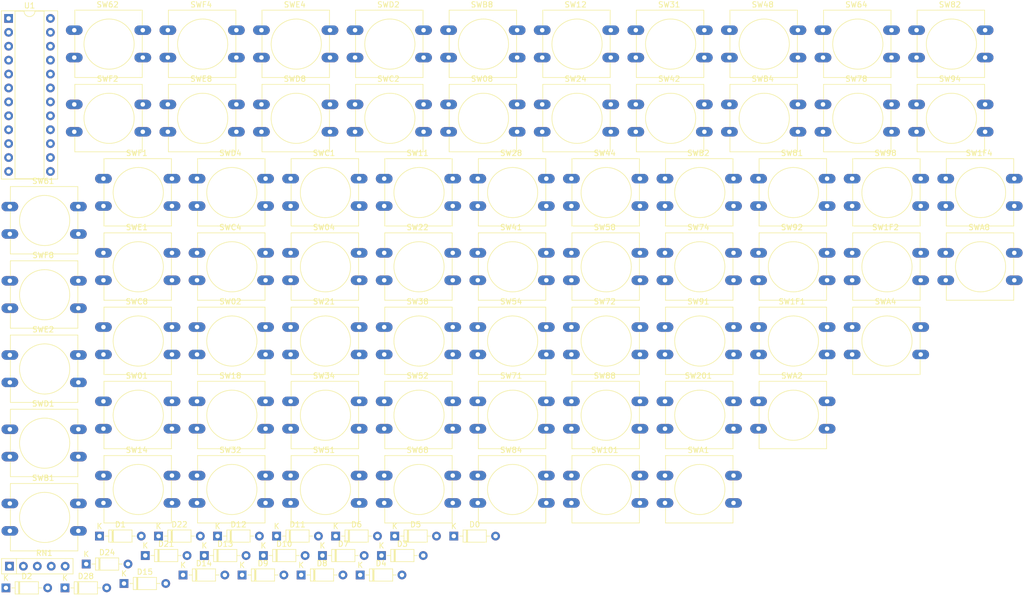
<source format=kicad_pcb>
(kicad_pcb (version 20171130) (host pcbnew "(5.1.2-1)-1")
  (layers (0 F.Cu signal) (31 B.Cu signal) (34 B.Paste user) (35 F.Paste user) (36 B.SilkS user) (37 F.SilkS user) (38 B.Mask user) (39 F.Mask user) (44 Edge.Cuts user))
  (net 0 "")
  (net 1 "Net-(D0-Pad2)")
  (net 2 /~COL0)
  (net 3 "Net-(D1-Pad2)")
  (net 4 /~COL1)
  (net 5 "Net-(D2-Pad2)")
  (net 6 /~COL2)
  (net 7 "Net-(D3-Pad2)")
  (net 8 /~COL3)
  (net 9 "Net-(D4-Pad2)")
  (net 10 /~COL4)
  (net 11 "Net-(D5-Pad2)")
  (net 12 /~COL5)
  (net 13 "Net-(D6-Pad2)")
  (net 14 /~COL6)
  (net 15 "Net-(D7-Pad2)")
  (net 16 /~COL7)
  (net 17 "Net-(D8-Pad2)")
  (net 18 /~COL8)
  (net 19 "Net-(D9-Pad2)")
  (net 20 /~COL9)
  (net 21 "Net-(D10-Pad2)")
  (net 22 /~COLA)
  (net 23 "Net-(D11-Pad2)")
  (net 24 /~COLB)
  (net 25 "Net-(D12-Pad2)")
  (net 26 /~COLC)
  (net 27 "Net-(D13-Pad2)")
  (net 28 /~COLD)
  (net 29 "Net-(D14-Pad2)")
  (net 30 /~COLE)
  (net 31 "Net-(D15-Pad2)")
  (net 32 /~COLF)
  (net 33 /~ROW1)
  (net 34 /~SH1)
  (net 35 /~ROW2)
  (net 36 /~SH2)
  (net 37 /~ROW4)
  (net 38 /~SH4)
  (net 39 /~ROW8)
  (net 40 /~SH8)
  (net 41 +5V)
  (module Package_DIP:DIP-24_W7.62mm_Socket (layer F.Cu) (at 74.385 28.055)
    (fp_text reference U1 (at 3.81 -2.33) (layer F.SilkS))
    (fp_text value 74HC154)
    (pad 24 thru_hole oval (at 7.62 0) (size 1.6 1.6) (drill 0.8) (layers *.Cu *.Mask) (net 41 +5V))
    (pad 12 thru_hole oval (at 0 27.94) (size 1.6 1.6) (drill 0.8) (layers *.Cu *.Mask))
    (pad 23 thru_hole oval (at 7.62 2.54) (size 1.6 1.6) (drill 0.8) (layers *.Cu *.Mask))
    (pad 11 thru_hole oval (at 0 25.4) (size 1.6 1.6) (drill 0.8) (layers *.Cu *.Mask) (net 22 /~COLA))
    (pad 22 thru_hole oval (at 7.62 5.08) (size 1.6 1.6) (drill 0.8) (layers *.Cu *.Mask))
    (pad 10 thru_hole oval (at 0 22.86) (size 1.6 1.6) (drill 0.8) (layers *.Cu *.Mask) (net 20 /~COL9))
    (pad 21 thru_hole oval (at 7.62 7.62) (size 1.6 1.6) (drill 0.8) (layers *.Cu *.Mask))
    (pad 9 thru_hole oval (at 0 20.32) (size 1.6 1.6) (drill 0.8) (layers *.Cu *.Mask) (net 18 /~COL8))
    (pad 20 thru_hole oval (at 7.62 10.16) (size 1.6 1.6) (drill 0.8) (layers *.Cu *.Mask))
    (pad 8 thru_hole oval (at 0 17.78) (size 1.6 1.6) (drill 0.8) (layers *.Cu *.Mask) (net 16 /~COL7))
    (pad 19 thru_hole oval (at 7.62 12.7) (size 1.6 1.6) (drill 0.8) (layers *.Cu *.Mask))
    (pad 7 thru_hole oval (at 0 15.24) (size 1.6 1.6) (drill 0.8) (layers *.Cu *.Mask) (net 14 /~COL6))
    (pad 18 thru_hole oval (at 7.62 15.24) (size 1.6 1.6) (drill 0.8) (layers *.Cu *.Mask))
    (pad 6 thru_hole oval (at 0 12.7) (size 1.6 1.6) (drill 0.8) (layers *.Cu *.Mask) (net 12 /~COL5))
    (pad 17 thru_hole oval (at 7.62 17.78) (size 1.6 1.6) (drill 0.8) (layers *.Cu *.Mask) (net 32 /~COLF))
    (pad 5 thru_hole oval (at 0 10.16) (size 1.6 1.6) (drill 0.8) (layers *.Cu *.Mask) (net 10 /~COL4))
    (pad 16 thru_hole oval (at 7.62 20.32) (size 1.6 1.6) (drill 0.8) (layers *.Cu *.Mask) (net 30 /~COLE))
    (pad 4 thru_hole oval (at 0 7.62) (size 1.6 1.6) (drill 0.8) (layers *.Cu *.Mask) (net 8 /~COL3))
    (pad 15 thru_hole oval (at 7.62 22.86) (size 1.6 1.6) (drill 0.8) (layers *.Cu *.Mask) (net 28 /~COLD))
    (pad 3 thru_hole oval (at 0 5.08) (size 1.6 1.6) (drill 0.8) (layers *.Cu *.Mask) (net 6 /~COL2))
    (pad 14 thru_hole oval (at 7.62 25.4) (size 1.6 1.6) (drill 0.8) (layers *.Cu *.Mask) (net 26 /~COLC))
    (pad 2 thru_hole oval (at 0 2.54) (size 1.6 1.6) (drill 0.8) (layers *.Cu *.Mask) (net 4 /~COL1))
    (pad 13 thru_hole oval (at 7.62 27.94) (size 1.6 1.6) (drill 0.8) (layers *.Cu *.Mask) (net 24 /~COLB))
    (pad 1 thru_hole rect (at 0 0) (size 1.6 1.6) (drill 0.8) (layers *.Cu *.Mask) (net 2 /~COL0))
  )
  (module Button_Switch_THT:SW_PUSH-12mm (layer F.Cu) (at 74.605 75.955)
    (fp_text reference SWF8 (at 6.08 -4.66) (layer F.SilkS))
    (fp_text value "Caps Lock")
    (pad 2 thru_hole oval (at 0 5) (size 3.048 1.7272) (drill 0.8128) (layers *.Cu *.Mask) (net 40 /~SH8))
    (pad 1 thru_hole oval (at 0 0) (size 3.048 1.7272) (drill 0.8128) (layers *.Cu *.Mask) (net 31 "Net-(D15-Pad2)"))
    (pad 2 thru_hole oval (at 12.5 5) (size 3.048 1.7272) (drill 0.8128) (layers *.Cu *.Mask) (net 40 /~SH8))
    (pad 1 thru_hole oval (at 12.5 0) (size 3.048 1.7272) (drill 0.8128) (layers *.Cu *.Mask) (net 31 "Net-(D15-Pad2)"))
  )
  (module Button_Switch_THT:SW_PUSH-12mm (layer F.Cu) (at 103.425 30.205)
    (fp_text reference SWF4 (at 6.08 -4.66) (layer F.SilkS))
    (fp_text value Shift)
    (pad 2 thru_hole oval (at 0 5) (size 3.048 1.7272) (drill 0.8128) (layers *.Cu *.Mask) (net 38 /~SH4))
    (pad 1 thru_hole oval (at 0 0) (size 3.048 1.7272) (drill 0.8128) (layers *.Cu *.Mask) (net 31 "Net-(D15-Pad2)"))
    (pad 2 thru_hole oval (at 12.5 5) (size 3.048 1.7272) (drill 0.8128) (layers *.Cu *.Mask) (net 38 /~SH4))
    (pad 1 thru_hole oval (at 12.5 0) (size 3.048 1.7272) (drill 0.8128) (layers *.Cu *.Mask) (net 31 "Net-(D15-Pad2)"))
  )
  (module Button_Switch_THT:SW_PUSH-12mm (layer F.Cu) (at 86.355 43.755)
    (fp_text reference SWF2 (at 6.08 -4.66) (layer F.SilkS))
    (fp_text value Control)
    (pad 2 thru_hole oval (at 0 5) (size 3.048 1.7272) (drill 0.8128) (layers *.Cu *.Mask) (net 36 /~SH2))
    (pad 1 thru_hole oval (at 0 0) (size 3.048 1.7272) (drill 0.8128) (layers *.Cu *.Mask) (net 31 "Net-(D15-Pad2)"))
    (pad 2 thru_hole oval (at 12.5 5) (size 3.048 1.7272) (drill 0.8128) (layers *.Cu *.Mask) (net 36 /~SH2))
    (pad 1 thru_hole oval (at 12.5 0) (size 3.048 1.7272) (drill 0.8128) (layers *.Cu *.Mask) (net 31 "Net-(D15-Pad2)"))
  )
  (module Button_Switch_THT:SW_PUSH-12mm (layer F.Cu) (at 91.675 57.305)
    (fp_text reference SWF1 (at 6.08 -4.66) (layer F.SilkS))
    (fp_text value Alt)
    (pad 2 thru_hole oval (at 0 5) (size 3.048 1.7272) (drill 0.8128) (layers *.Cu *.Mask) (net 34 /~SH1))
    (pad 1 thru_hole oval (at 0 0) (size 3.048 1.7272) (drill 0.8128) (layers *.Cu *.Mask) (net 31 "Net-(D15-Pad2)"))
    (pad 2 thru_hole oval (at 12.5 5) (size 3.048 1.7272) (drill 0.8128) (layers *.Cu *.Mask) (net 34 /~SH1))
    (pad 1 thru_hole oval (at 12.5 0) (size 3.048 1.7272) (drill 0.8128) (layers *.Cu *.Mask) (net 31 "Net-(D15-Pad2)"))
  )
  (module Button_Switch_THT:SW_PUSH-12mm (layer F.Cu) (at 103.425 43.755)
    (fp_text reference SWE8 (at 6.08 -4.66) (layer F.SilkS))
    (fp_text value Esc)
    (pad 2 thru_hole oval (at 0 5) (size 3.048 1.7272) (drill 0.8128) (layers *.Cu *.Mask) (net 39 /~ROW8))
    (pad 1 thru_hole oval (at 0 0) (size 3.048 1.7272) (drill 0.8128) (layers *.Cu *.Mask) (net 29 "Net-(D14-Pad2)"))
    (pad 2 thru_hole oval (at 12.5 5) (size 3.048 1.7272) (drill 0.8128) (layers *.Cu *.Mask) (net 39 /~ROW8))
    (pad 1 thru_hole oval (at 12.5 0) (size 3.048 1.7272) (drill 0.8128) (layers *.Cu *.Mask) (net 29 "Net-(D14-Pad2)"))
  )
  (module Button_Switch_THT:SW_PUSH-12mm (layer F.Cu) (at 120.495 30.205)
    (fp_text reference SWE4 (at 6.08 -4.66) (layer F.SilkS))
    (fp_text value Del)
    (pad 2 thru_hole oval (at 0 5) (size 3.048 1.7272) (drill 0.8128) (layers *.Cu *.Mask) (net 37 /~ROW4))
    (pad 1 thru_hole oval (at 0 0) (size 3.048 1.7272) (drill 0.8128) (layers *.Cu *.Mask) (net 29 "Net-(D14-Pad2)"))
    (pad 2 thru_hole oval (at 12.5 5) (size 3.048 1.7272) (drill 0.8128) (layers *.Cu *.Mask) (net 37 /~ROW4))
    (pad 1 thru_hole oval (at 12.5 0) (size 3.048 1.7272) (drill 0.8128) (layers *.Cu *.Mask) (net 29 "Net-(D14-Pad2)"))
  )
  (module Button_Switch_THT:SW_PUSH-12mm (layer F.Cu) (at 74.605 89.505)
    (fp_text reference SWE2 (at 6.08 -4.66) (layer F.SilkS))
    (fp_text value PgUp)
    (pad 2 thru_hole oval (at 0 5) (size 3.048 1.7272) (drill 0.8128) (layers *.Cu *.Mask) (net 35 /~ROW2))
    (pad 1 thru_hole oval (at 0 0) (size 3.048 1.7272) (drill 0.8128) (layers *.Cu *.Mask) (net 29 "Net-(D14-Pad2)"))
    (pad 2 thru_hole oval (at 12.5 5) (size 3.048 1.7272) (drill 0.8128) (layers *.Cu *.Mask) (net 35 /~ROW2))
    (pad 1 thru_hole oval (at 12.5 0) (size 3.048 1.7272) (drill 0.8128) (layers *.Cu *.Mask) (net 29 "Net-(D14-Pad2)"))
  )
  (module Button_Switch_THT:SW_PUSH-12mm (layer F.Cu) (at 91.675 70.855)
    (fp_text reference SWE1 (at 6.08 -4.66) (layer F.SilkS))
    (fp_text value PgDn)
    (pad 2 thru_hole oval (at 0 5) (size 3.048 1.7272) (drill 0.8128) (layers *.Cu *.Mask) (net 33 /~ROW1))
    (pad 1 thru_hole oval (at 0 0) (size 3.048 1.7272) (drill 0.8128) (layers *.Cu *.Mask) (net 29 "Net-(D14-Pad2)"))
    (pad 2 thru_hole oval (at 12.5 5) (size 3.048 1.7272) (drill 0.8128) (layers *.Cu *.Mask) (net 33 /~ROW1))
    (pad 1 thru_hole oval (at 12.5 0) (size 3.048 1.7272) (drill 0.8128) (layers *.Cu *.Mask) (net 29 "Net-(D14-Pad2)"))
  )
  (module Button_Switch_THT:SW_PUSH-12mm (layer F.Cu) (at 120.495 43.755)
    (fp_text reference SWD8 (at 6.08 -4.66) (layer F.SilkS))
    (fp_text value Up)
    (pad 2 thru_hole oval (at 0 5) (size 3.048 1.7272) (drill 0.8128) (layers *.Cu *.Mask) (net 39 /~ROW8))
    (pad 1 thru_hole oval (at 0 0) (size 3.048 1.7272) (drill 0.8128) (layers *.Cu *.Mask) (net 27 "Net-(D13-Pad2)"))
    (pad 2 thru_hole oval (at 12.5 5) (size 3.048 1.7272) (drill 0.8128) (layers *.Cu *.Mask) (net 39 /~ROW8))
    (pad 1 thru_hole oval (at 12.5 0) (size 3.048 1.7272) (drill 0.8128) (layers *.Cu *.Mask) (net 27 "Net-(D13-Pad2)"))
  )
  (module Button_Switch_THT:SW_PUSH-12mm (layer F.Cu) (at 108.745 57.305)
    (fp_text reference SWD4 (at 6.08 -4.66) (layer F.SilkS))
    (fp_text value Left)
    (pad 2 thru_hole oval (at 0 5) (size 3.048 1.7272) (drill 0.8128) (layers *.Cu *.Mask) (net 37 /~ROW4))
    (pad 1 thru_hole oval (at 0 0) (size 3.048 1.7272) (drill 0.8128) (layers *.Cu *.Mask) (net 27 "Net-(D13-Pad2)"))
    (pad 2 thru_hole oval (at 12.5 5) (size 3.048 1.7272) (drill 0.8128) (layers *.Cu *.Mask) (net 37 /~ROW4))
    (pad 1 thru_hole oval (at 12.5 0) (size 3.048 1.7272) (drill 0.8128) (layers *.Cu *.Mask) (net 27 "Net-(D13-Pad2)"))
  )
  (module Button_Switch_THT:SW_PUSH-12mm (layer F.Cu) (at 137.565 30.205)
    (fp_text reference SWD2 (at 6.08 -4.66) (layer F.SilkS))
    (fp_text value Down)
    (pad 2 thru_hole oval (at 0 5) (size 3.048 1.7272) (drill 0.8128) (layers *.Cu *.Mask) (net 35 /~ROW2))
    (pad 1 thru_hole oval (at 0 0) (size 3.048 1.7272) (drill 0.8128) (layers *.Cu *.Mask) (net 27 "Net-(D13-Pad2)"))
    (pad 2 thru_hole oval (at 12.5 5) (size 3.048 1.7272) (drill 0.8128) (layers *.Cu *.Mask) (net 35 /~ROW2))
    (pad 1 thru_hole oval (at 12.5 0) (size 3.048 1.7272) (drill 0.8128) (layers *.Cu *.Mask) (net 27 "Net-(D13-Pad2)"))
  )
  (module Button_Switch_THT:SW_PUSH-12mm (layer F.Cu) (at 74.605 103.055)
    (fp_text reference SWD1 (at 6.08 -4.66) (layer F.SilkS))
    (fp_text value Right)
    (pad 2 thru_hole oval (at 0 5) (size 3.048 1.7272) (drill 0.8128) (layers *.Cu *.Mask) (net 33 /~ROW1))
    (pad 1 thru_hole oval (at 0 0) (size 3.048 1.7272) (drill 0.8128) (layers *.Cu *.Mask) (net 27 "Net-(D13-Pad2)"))
    (pad 2 thru_hole oval (at 12.5 5) (size 3.048 1.7272) (drill 0.8128) (layers *.Cu *.Mask) (net 33 /~ROW1))
    (pad 1 thru_hole oval (at 12.5 0) (size 3.048 1.7272) (drill 0.8128) (layers *.Cu *.Mask) (net 27 "Net-(D13-Pad2)"))
  )
  (module Button_Switch_THT:SW_PUSH-12mm (layer F.Cu) (at 91.675 84.405)
    (fp_text reference SWC8 (at 6.08 -4.66) (layer F.SilkS))
    (fp_text value ¡)
    (pad 2 thru_hole oval (at 0 5) (size 3.048 1.7272) (drill 0.8128) (layers *.Cu *.Mask) (net 39 /~ROW8))
    (pad 1 thru_hole oval (at 0 0) (size 3.048 1.7272) (drill 0.8128) (layers *.Cu *.Mask) (net 25 "Net-(D12-Pad2)"))
    (pad 2 thru_hole oval (at 12.5 5) (size 3.048 1.7272) (drill 0.8128) (layers *.Cu *.Mask) (net 39 /~ROW8))
    (pad 1 thru_hole oval (at 12.5 0) (size 3.048 1.7272) (drill 0.8128) (layers *.Cu *.Mask) (net 25 "Net-(D12-Pad2)"))
  )
  (module Button_Switch_THT:SW_PUSH-12mm (layer F.Cu) (at 108.745 70.855)
    (fp_text reference SWC4 (at 6.08 -4.66) (layer F.SilkS))
    (fp_text value +)
    (pad 2 thru_hole oval (at 0 5) (size 3.048 1.7272) (drill 0.8128) (layers *.Cu *.Mask) (net 37 /~ROW4))
    (pad 1 thru_hole oval (at 0 0) (size 3.048 1.7272) (drill 0.8128) (layers *.Cu *.Mask) (net 25 "Net-(D12-Pad2)"))
    (pad 2 thru_hole oval (at 12.5 5) (size 3.048 1.7272) (drill 0.8128) (layers *.Cu *.Mask) (net 37 /~ROW4))
    (pad 1 thru_hole oval (at 12.5 0) (size 3.048 1.7272) (drill 0.8128) (layers *.Cu *.Mask) (net 25 "Net-(D12-Pad2)"))
  )
  (module Button_Switch_THT:SW_PUSH-12mm (layer F.Cu) (at 137.565 43.755)
    (fp_text reference SWC2 (at 6.08 -4.66) (layer F.SilkS))
    (fp_text value Ç)
    (pad 2 thru_hole oval (at 0 5) (size 3.048 1.7272) (drill 0.8128) (layers *.Cu *.Mask) (net 35 /~ROW2))
    (pad 1 thru_hole oval (at 0 0) (size 3.048 1.7272) (drill 0.8128) (layers *.Cu *.Mask) (net 25 "Net-(D12-Pad2)"))
    (pad 2 thru_hole oval (at 12.5 5) (size 3.048 1.7272) (drill 0.8128) (layers *.Cu *.Mask) (net 35 /~ROW2))
    (pad 1 thru_hole oval (at 12.5 0) (size 3.048 1.7272) (drill 0.8128) (layers *.Cu *.Mask) (net 25 "Net-(D12-Pad2)"))
  )
  (module Button_Switch_THT:SW_PUSH-12mm (layer F.Cu) (at 125.815 57.305)
    (fp_text reference SWC1 (at 6.08 -4.66) (layer F.SilkS))
    (fp_text value Return)
    (pad 2 thru_hole oval (at 0 5) (size 3.048 1.7272) (drill 0.8128) (layers *.Cu *.Mask) (net 33 /~ROW1))
    (pad 1 thru_hole oval (at 0 0) (size 3.048 1.7272) (drill 0.8128) (layers *.Cu *.Mask) (net 25 "Net-(D12-Pad2)"))
    (pad 2 thru_hole oval (at 12.5 5) (size 3.048 1.7272) (drill 0.8128) (layers *.Cu *.Mask) (net 33 /~ROW1))
    (pad 1 thru_hole oval (at 12.5 0) (size 3.048 1.7272) (drill 0.8128) (layers *.Cu *.Mask) (net 25 "Net-(D12-Pad2)"))
  )
  (module Button_Switch_THT:SW_PUSH-12mm (layer F.Cu) (at 154.635 30.205)
    (fp_text reference SWB8 (at 6.08 -4.66) (layer F.SilkS))
    (fp_text value ')
    (pad 2 thru_hole oval (at 0 5) (size 3.048 1.7272) (drill 0.8128) (layers *.Cu *.Mask) (net 39 /~ROW8))
    (pad 1 thru_hole oval (at 0 0) (size 3.048 1.7272) (drill 0.8128) (layers *.Cu *.Mask) (net 23 "Net-(D11-Pad2)"))
    (pad 2 thru_hole oval (at 12.5 5) (size 3.048 1.7272) (drill 0.8128) (layers *.Cu *.Mask) (net 39 /~ROW8))
    (pad 1 thru_hole oval (at 12.5 0) (size 3.048 1.7272) (drill 0.8128) (layers *.Cu *.Mask) (net 23 "Net-(D11-Pad2)"))
  )
  (module Button_Switch_THT:SW_PUSH-12mm (layer F.Cu) (at 205.845 43.755)
    (fp_text reference SWB4 (at 6.08 -4.66) (layer F.SilkS))
    (fp_text value `)
    (pad 2 thru_hole oval (at 0 5) (size 3.048 1.7272) (drill 0.8128) (layers *.Cu *.Mask) (net 37 /~ROW4))
    (pad 1 thru_hole oval (at 0 0) (size 3.048 1.7272) (drill 0.8128) (layers *.Cu *.Mask) (net 23 "Net-(D11-Pad2)"))
    (pad 2 thru_hole oval (at 12.5 5) (size 3.048 1.7272) (drill 0.8128) (layers *.Cu *.Mask) (net 37 /~ROW4))
    (pad 1 thru_hole oval (at 12.5 0) (size 3.048 1.7272) (drill 0.8128) (layers *.Cu *.Mask) (net 23 "Net-(D11-Pad2)"))
  )
  (module Button_Switch_THT:SW_PUSH-12mm (layer F.Cu) (at 194.095 57.305)
    (fp_text reference SWB2 (at 6.08 -4.66) (layer F.SilkS))
    (fp_text value ´)
    (pad 2 thru_hole oval (at 0 5) (size 3.048 1.7272) (drill 0.8128) (layers *.Cu *.Mask) (net 35 /~ROW2))
    (pad 1 thru_hole oval (at 0 0) (size 3.048 1.7272) (drill 0.8128) (layers *.Cu *.Mask) (net 23 "Net-(D11-Pad2)"))
    (pad 2 thru_hole oval (at 12.5 5) (size 3.048 1.7272) (drill 0.8128) (layers *.Cu *.Mask) (net 35 /~ROW2))
    (pad 1 thru_hole oval (at 12.5 0) (size 3.048 1.7272) (drill 0.8128) (layers *.Cu *.Mask) (net 23 "Net-(D11-Pad2)"))
  )
  (module Button_Switch_THT:SW_PUSH-12mm (layer F.Cu) (at 74.605 116.605)
    (fp_text reference SWB1 (at 6.08 -4.66) (layer F.SilkS))
    (fp_text value BkSp)
    (pad 2 thru_hole oval (at 0 5) (size 3.048 1.7272) (drill 0.8128) (layers *.Cu *.Mask) (net 33 /~ROW1))
    (pad 1 thru_hole oval (at 0 0) (size 3.048 1.7272) (drill 0.8128) (layers *.Cu *.Mask) (net 23 "Net-(D11-Pad2)"))
    (pad 2 thru_hole oval (at 12.5 5) (size 3.048 1.7272) (drill 0.8128) (layers *.Cu *.Mask) (net 33 /~ROW1))
    (pad 1 thru_hole oval (at 12.5 0) (size 3.048 1.7272) (drill 0.8128) (layers *.Cu *.Mask) (net 23 "Net-(D11-Pad2)"))
  )
  (module Button_Switch_THT:SW_PUSH-12mm (layer F.Cu) (at 245.305 70.855)
    (fp_text reference SWA8 (at 6.08 -4.66) (layer F.SilkS))
    (fp_text value 0)
    (pad 2 thru_hole oval (at 0 5) (size 3.048 1.7272) (drill 0.8128) (layers *.Cu *.Mask) (net 39 /~ROW8))
    (pad 1 thru_hole oval (at 0 0) (size 3.048 1.7272) (drill 0.8128) (layers *.Cu *.Mask) (net 21 "Net-(D10-Pad2)"))
    (pad 2 thru_hole oval (at 12.5 5) (size 3.048 1.7272) (drill 0.8128) (layers *.Cu *.Mask) (net 39 /~ROW8))
    (pad 1 thru_hole oval (at 12.5 0) (size 3.048 1.7272) (drill 0.8128) (layers *.Cu *.Mask) (net 21 "Net-(D10-Pad2)"))
  )
  (module Button_Switch_THT:SW_PUSH-12mm (layer F.Cu) (at 228.235 84.405)
    (fp_text reference SWA4 (at 6.08 -4.66) (layer F.SilkS))
    (fp_text value P)
    (pad 2 thru_hole oval (at 0 5) (size 3.048 1.7272) (drill 0.8128) (layers *.Cu *.Mask) (net 37 /~ROW4))
    (pad 1 thru_hole oval (at 0 0) (size 3.048 1.7272) (drill 0.8128) (layers *.Cu *.Mask) (net 21 "Net-(D10-Pad2)"))
    (pad 2 thru_hole oval (at 12.5 5) (size 3.048 1.7272) (drill 0.8128) (layers *.Cu *.Mask) (net 37 /~ROW4))
    (pad 1 thru_hole oval (at 12.5 0) (size 3.048 1.7272) (drill 0.8128) (layers *.Cu *.Mask) (net 21 "Net-(D10-Pad2)"))
  )
  (module Button_Switch_THT:SW_PUSH-12mm (layer F.Cu) (at 211.165 97.955)
    (fp_text reference SWA2 (at 6.08 -4.66) (layer F.SilkS))
    (fp_text value Ñ)
    (pad 2 thru_hole oval (at 0 5) (size 3.048 1.7272) (drill 0.8128) (layers *.Cu *.Mask) (net 35 /~ROW2))
    (pad 1 thru_hole oval (at 0 0) (size 3.048 1.7272) (drill 0.8128) (layers *.Cu *.Mask) (net 21 "Net-(D10-Pad2)"))
    (pad 2 thru_hole oval (at 12.5 5) (size 3.048 1.7272) (drill 0.8128) (layers *.Cu *.Mask) (net 35 /~ROW2))
    (pad 1 thru_hole oval (at 12.5 0) (size 3.048 1.7272) (drill 0.8128) (layers *.Cu *.Mask) (net 21 "Net-(D10-Pad2)"))
  )
  (module Button_Switch_THT:SW_PUSH-12mm (layer F.Cu) (at 194.095 111.505)
    (fp_text reference SWA1 (at 6.08 -4.66) (layer F.SilkS))
    (fp_text value -)
    (pad 2 thru_hole oval (at 0 5) (size 3.048 1.7272) (drill 0.8128) (layers *.Cu *.Mask) (net 33 /~ROW1))
    (pad 1 thru_hole oval (at 0 0) (size 3.048 1.7272) (drill 0.8128) (layers *.Cu *.Mask) (net 21 "Net-(D10-Pad2)"))
    (pad 2 thru_hole oval (at 12.5 5) (size 3.048 1.7272) (drill 0.8128) (layers *.Cu *.Mask) (net 33 /~ROW1))
    (pad 1 thru_hole oval (at 12.5 0) (size 3.048 1.7272) (drill 0.8128) (layers *.Cu *.Mask) (net 21 "Net-(D10-Pad2)"))
  )
  (module Button_Switch_THT:SW_PUSH-12mm (layer F.Cu) (at 245.305 57.305)
    (fp_text reference SW1F4 (at 6.08 -4.66) (layer F.SilkS))
    (fp_text value Shift)
    (pad 2 thru_hole oval (at 0 5) (size 3.048 1.7272) (drill 0.8128) (layers *.Cu *.Mask) (net 38 /~SH4))
    (pad 1 thru_hole oval (at 0 0) (size 3.048 1.7272) (drill 0.8128) (layers *.Cu *.Mask) (net 31 "Net-(D15-Pad2)"))
    (pad 2 thru_hole oval (at 12.5 5) (size 3.048 1.7272) (drill 0.8128) (layers *.Cu *.Mask) (net 38 /~SH4))
    (pad 1 thru_hole oval (at 12.5 0) (size 3.048 1.7272) (drill 0.8128) (layers *.Cu *.Mask) (net 31 "Net-(D15-Pad2)"))
  )
  (module Button_Switch_THT:SW_PUSH-12mm (layer F.Cu) (at 228.235 70.855)
    (fp_text reference SW1F2 (at 6.08 -4.66) (layer F.SilkS))
    (fp_text value Control)
    (pad 2 thru_hole oval (at 0 5) (size 3.048 1.7272) (drill 0.8128) (layers *.Cu *.Mask) (net 36 /~SH2))
    (pad 1 thru_hole oval (at 0 0) (size 3.048 1.7272) (drill 0.8128) (layers *.Cu *.Mask) (net 31 "Net-(D15-Pad2)"))
    (pad 2 thru_hole oval (at 12.5 5) (size 3.048 1.7272) (drill 0.8128) (layers *.Cu *.Mask) (net 36 /~SH2))
    (pad 1 thru_hole oval (at 12.5 0) (size 3.048 1.7272) (drill 0.8128) (layers *.Cu *.Mask) (net 31 "Net-(D15-Pad2)"))
  )
  (module Button_Switch_THT:SW_PUSH-12mm (layer F.Cu) (at 211.165 84.405)
    (fp_text reference SW1F1 (at 6.08 -4.66) (layer F.SilkS))
    (fp_text value Alt)
    (pad 2 thru_hole oval (at 0 5) (size 3.048 1.7272) (drill 0.8128) (layers *.Cu *.Mask) (net 34 /~SH1))
    (pad 1 thru_hole oval (at 0 0) (size 3.048 1.7272) (drill 0.8128) (layers *.Cu *.Mask) (net 31 "Net-(D15-Pad2)"))
    (pad 2 thru_hole oval (at 12.5 5) (size 3.048 1.7272) (drill 0.8128) (layers *.Cu *.Mask) (net 34 /~SH1))
    (pad 1 thru_hole oval (at 12.5 0) (size 3.048 1.7272) (drill 0.8128) (layers *.Cu *.Mask) (net 31 "Net-(D15-Pad2)"))
  )
  (module Button_Switch_THT:SW_PUSH-12mm (layer F.Cu) (at 194.095 97.955)
    (fp_text reference SW201 (at 6.08 -4.66) (layer F.SilkS))
    (fp_text value Space)
    (pad 2 thru_hole oval (at 0 5) (size 3.048 1.7272) (drill 0.8128) (layers *.Cu *.Mask) (net 33 /~ROW1))
    (pad 1 thru_hole oval (at 0 0) (size 3.048 1.7272) (drill 0.8128) (layers *.Cu *.Mask) (net 1 "Net-(D0-Pad2)"))
    (pad 2 thru_hole oval (at 12.5 5) (size 3.048 1.7272) (drill 0.8128) (layers *.Cu *.Mask) (net 33 /~ROW1))
    (pad 1 thru_hole oval (at 12.5 0) (size 3.048 1.7272) (drill 0.8128) (layers *.Cu *.Mask) (net 1 "Net-(D0-Pad2)"))
  )
  (module Button_Switch_THT:SW_PUSH-12mm (layer F.Cu) (at 177.025 111.505)
    (fp_text reference SW101 (at 6.08 -4.66) (layer F.SilkS))
    (fp_text value Space)
    (pad 2 thru_hole oval (at 0 5) (size 3.048 1.7272) (drill 0.8128) (layers *.Cu *.Mask) (net 33 /~ROW1))
    (pad 1 thru_hole oval (at 0 0) (size 3.048 1.7272) (drill 0.8128) (layers *.Cu *.Mask) (net 1 "Net-(D0-Pad2)"))
    (pad 2 thru_hole oval (at 12.5 5) (size 3.048 1.7272) (drill 0.8128) (layers *.Cu *.Mask) (net 33 /~ROW1))
    (pad 1 thru_hole oval (at 12.5 0) (size 3.048 1.7272) (drill 0.8128) (layers *.Cu *.Mask) (net 1 "Net-(D0-Pad2)"))
  )
  (module Button_Switch_THT:SW_PUSH-12mm (layer F.Cu) (at 228.235 57.305)
    (fp_text reference SW98 (at 6.08 -4.66) (layer F.SilkS))
    (fp_text value 9)
    (pad 2 thru_hole oval (at 0 5) (size 3.048 1.7272) (drill 0.8128) (layers *.Cu *.Mask) (net 39 /~ROW8))
    (pad 1 thru_hole oval (at 0 0) (size 3.048 1.7272) (drill 0.8128) (layers *.Cu *.Mask) (net 19 "Net-(D9-Pad2)"))
    (pad 2 thru_hole oval (at 12.5 5) (size 3.048 1.7272) (drill 0.8128) (layers *.Cu *.Mask) (net 39 /~ROW8))
    (pad 1 thru_hole oval (at 12.5 0) (size 3.048 1.7272) (drill 0.8128) (layers *.Cu *.Mask) (net 19 "Net-(D9-Pad2)"))
  )
  (module Button_Switch_THT:SW_PUSH-12mm (layer F.Cu) (at 239.985 43.755)
    (fp_text reference SW94 (at 6.08 -4.66) (layer F.SilkS))
    (fp_text value O)
    (pad 2 thru_hole oval (at 0 5) (size 3.048 1.7272) (drill 0.8128) (layers *.Cu *.Mask) (net 37 /~ROW4))
    (pad 1 thru_hole oval (at 0 0) (size 3.048 1.7272) (drill 0.8128) (layers *.Cu *.Mask) (net 19 "Net-(D9-Pad2)"))
    (pad 2 thru_hole oval (at 12.5 5) (size 3.048 1.7272) (drill 0.8128) (layers *.Cu *.Mask) (net 37 /~ROW4))
    (pad 1 thru_hole oval (at 12.5 0) (size 3.048 1.7272) (drill 0.8128) (layers *.Cu *.Mask) (net 19 "Net-(D9-Pad2)"))
  )
  (module Button_Switch_THT:SW_PUSH-12mm (layer F.Cu) (at 211.165 70.855)
    (fp_text reference SW92 (at 6.08 -4.66) (layer F.SilkS))
    (fp_text value L)
    (pad 2 thru_hole oval (at 0 5) (size 3.048 1.7272) (drill 0.8128) (layers *.Cu *.Mask) (net 35 /~ROW2))
    (pad 1 thru_hole oval (at 0 0) (size 3.048 1.7272) (drill 0.8128) (layers *.Cu *.Mask) (net 19 "Net-(D9-Pad2)"))
    (pad 2 thru_hole oval (at 12.5 5) (size 3.048 1.7272) (drill 0.8128) (layers *.Cu *.Mask) (net 35 /~ROW2))
    (pad 1 thru_hole oval (at 12.5 0) (size 3.048 1.7272) (drill 0.8128) (layers *.Cu *.Mask) (net 19 "Net-(D9-Pad2)"))
  )
  (module Button_Switch_THT:SW_PUSH-12mm (layer F.Cu) (at 194.095 84.405)
    (fp_text reference SW91 (at 6.08 -4.66) (layer F.SilkS))
    (fp_text value .)
    (pad 2 thru_hole oval (at 0 5) (size 3.048 1.7272) (drill 0.8128) (layers *.Cu *.Mask) (net 33 /~ROW1))
    (pad 1 thru_hole oval (at 0 0) (size 3.048 1.7272) (drill 0.8128) (layers *.Cu *.Mask) (net 19 "Net-(D9-Pad2)"))
    (pad 2 thru_hole oval (at 12.5 5) (size 3.048 1.7272) (drill 0.8128) (layers *.Cu *.Mask) (net 33 /~ROW1))
    (pad 1 thru_hole oval (at 12.5 0) (size 3.048 1.7272) (drill 0.8128) (layers *.Cu *.Mask) (net 19 "Net-(D9-Pad2)"))
  )
  (module Button_Switch_THT:SW_PUSH-12mm (layer F.Cu) (at 177.025 97.955)
    (fp_text reference SW88 (at 6.08 -4.66) (layer F.SilkS))
    (fp_text value 8)
    (pad 2 thru_hole oval (at 0 5) (size 3.048 1.7272) (drill 0.8128) (layers *.Cu *.Mask) (net 39 /~ROW8))
    (pad 1 thru_hole oval (at 0 0) (size 3.048 1.7272) (drill 0.8128) (layers *.Cu *.Mask) (net 17 "Net-(D8-Pad2)"))
    (pad 2 thru_hole oval (at 12.5 5) (size 3.048 1.7272) (drill 0.8128) (layers *.Cu *.Mask) (net 39 /~ROW8))
    (pad 1 thru_hole oval (at 12.5 0) (size 3.048 1.7272) (drill 0.8128) (layers *.Cu *.Mask) (net 17 "Net-(D8-Pad2)"))
  )
  (module Button_Switch_THT:SW_PUSH-12mm (layer F.Cu) (at 159.955 111.505)
    (fp_text reference SW84 (at 6.08 -4.66) (layer F.SilkS))
    (fp_text value I)
    (pad 2 thru_hole oval (at 0 5) (size 3.048 1.7272) (drill 0.8128) (layers *.Cu *.Mask) (net 37 /~ROW4))
    (pad 1 thru_hole oval (at 0 0) (size 3.048 1.7272) (drill 0.8128) (layers *.Cu *.Mask) (net 17 "Net-(D8-Pad2)"))
    (pad 2 thru_hole oval (at 12.5 5) (size 3.048 1.7272) (drill 0.8128) (layers *.Cu *.Mask) (net 37 /~ROW4))
    (pad 1 thru_hole oval (at 12.5 0) (size 3.048 1.7272) (drill 0.8128) (layers *.Cu *.Mask) (net 17 "Net-(D8-Pad2)"))
  )
  (module Button_Switch_THT:SW_PUSH-12mm (layer F.Cu) (at 239.985 30.205)
    (fp_text reference SW82 (at 6.08 -4.66) (layer F.SilkS))
    (fp_text value K)
    (pad 2 thru_hole oval (at 0 5) (size 3.048 1.7272) (drill 0.8128) (layers *.Cu *.Mask) (net 35 /~ROW2))
    (pad 1 thru_hole oval (at 0 0) (size 3.048 1.7272) (drill 0.8128) (layers *.Cu *.Mask) (net 17 "Net-(D8-Pad2)"))
    (pad 2 thru_hole oval (at 12.5 5) (size 3.048 1.7272) (drill 0.8128) (layers *.Cu *.Mask) (net 35 /~ROW2))
    (pad 1 thru_hole oval (at 12.5 0) (size 3.048 1.7272) (drill 0.8128) (layers *.Cu *.Mask) (net 17 "Net-(D8-Pad2)"))
  )
  (module Button_Switch_THT:SW_PUSH-12mm (layer F.Cu) (at 211.165 57.305)
    (fp_text reference SW81 (at 6.08 -4.66) (layer F.SilkS))
    (fp_text value ,)
    (pad 2 thru_hole oval (at 0 5) (size 3.048 1.7272) (drill 0.8128) (layers *.Cu *.Mask) (net 33 /~ROW1))
    (pad 1 thru_hole oval (at 0 0) (size 3.048 1.7272) (drill 0.8128) (layers *.Cu *.Mask) (net 17 "Net-(D8-Pad2)"))
    (pad 2 thru_hole oval (at 12.5 5) (size 3.048 1.7272) (drill 0.8128) (layers *.Cu *.Mask) (net 33 /~ROW1))
    (pad 1 thru_hole oval (at 12.5 0) (size 3.048 1.7272) (drill 0.8128) (layers *.Cu *.Mask) (net 17 "Net-(D8-Pad2)"))
  )
  (module Button_Switch_THT:SW_PUSH-12mm (layer F.Cu) (at 222.915 43.755)
    (fp_text reference SW78 (at 6.08 -4.66) (layer F.SilkS))
    (fp_text value 7)
    (pad 2 thru_hole oval (at 0 5) (size 3.048 1.7272) (drill 0.8128) (layers *.Cu *.Mask) (net 39 /~ROW8))
    (pad 1 thru_hole oval (at 0 0) (size 3.048 1.7272) (drill 0.8128) (layers *.Cu *.Mask) (net 15 "Net-(D7-Pad2)"))
    (pad 2 thru_hole oval (at 12.5 5) (size 3.048 1.7272) (drill 0.8128) (layers *.Cu *.Mask) (net 39 /~ROW8))
    (pad 1 thru_hole oval (at 12.5 0) (size 3.048 1.7272) (drill 0.8128) (layers *.Cu *.Mask) (net 15 "Net-(D7-Pad2)"))
  )
  (module Button_Switch_THT:SW_PUSH-12mm (layer F.Cu) (at 194.095 70.855)
    (fp_text reference SW74 (at 6.08 -4.66) (layer F.SilkS))
    (fp_text value U)
    (pad 2 thru_hole oval (at 0 5) (size 3.048 1.7272) (drill 0.8128) (layers *.Cu *.Mask) (net 37 /~ROW4))
    (pad 1 thru_hole oval (at 0 0) (size 3.048 1.7272) (drill 0.8128) (layers *.Cu *.Mask) (net 15 "Net-(D7-Pad2)"))
    (pad 2 thru_hole oval (at 12.5 5) (size 3.048 1.7272) (drill 0.8128) (layers *.Cu *.Mask) (net 37 /~ROW4))
    (pad 1 thru_hole oval (at 12.5 0) (size 3.048 1.7272) (drill 0.8128) (layers *.Cu *.Mask) (net 15 "Net-(D7-Pad2)"))
  )
  (module Button_Switch_THT:SW_PUSH-12mm (layer F.Cu) (at 177.025 84.405)
    (fp_text reference SW72 (at 6.08 -4.66) (layer F.SilkS))
    (fp_text value J)
    (pad 2 thru_hole oval (at 0 5) (size 3.048 1.7272) (drill 0.8128) (layers *.Cu *.Mask) (net 35 /~ROW2))
    (pad 1 thru_hole oval (at 0 0) (size 3.048 1.7272) (drill 0.8128) (layers *.Cu *.Mask) (net 15 "Net-(D7-Pad2)"))
    (pad 2 thru_hole oval (at 12.5 5) (size 3.048 1.7272) (drill 0.8128) (layers *.Cu *.Mask) (net 35 /~ROW2))
    (pad 1 thru_hole oval (at 12.5 0) (size 3.048 1.7272) (drill 0.8128) (layers *.Cu *.Mask) (net 15 "Net-(D7-Pad2)"))
  )
  (module Button_Switch_THT:SW_PUSH-12mm (layer F.Cu) (at 159.955 97.955)
    (fp_text reference SW71 (at 6.08 -4.66) (layer F.SilkS))
    (fp_text value M)
    (pad 2 thru_hole oval (at 0 5) (size 3.048 1.7272) (drill 0.8128) (layers *.Cu *.Mask) (net 33 /~ROW1))
    (pad 1 thru_hole oval (at 0 0) (size 3.048 1.7272) (drill 0.8128) (layers *.Cu *.Mask) (net 15 "Net-(D7-Pad2)"))
    (pad 2 thru_hole oval (at 12.5 5) (size 3.048 1.7272) (drill 0.8128) (layers *.Cu *.Mask) (net 33 /~ROW1))
    (pad 1 thru_hole oval (at 12.5 0) (size 3.048 1.7272) (drill 0.8128) (layers *.Cu *.Mask) (net 15 "Net-(D7-Pad2)"))
  )
  (module Button_Switch_THT:SW_PUSH-12mm (layer F.Cu) (at 142.885 111.505)
    (fp_text reference SW68 (at 6.08 -4.66) (layer F.SilkS))
    (fp_text value 6)
    (pad 2 thru_hole oval (at 0 5) (size 3.048 1.7272) (drill 0.8128) (layers *.Cu *.Mask) (net 39 /~ROW8))
    (pad 1 thru_hole oval (at 0 0) (size 3.048 1.7272) (drill 0.8128) (layers *.Cu *.Mask) (net 13 "Net-(D6-Pad2)"))
    (pad 2 thru_hole oval (at 12.5 5) (size 3.048 1.7272) (drill 0.8128) (layers *.Cu *.Mask) (net 39 /~ROW8))
    (pad 1 thru_hole oval (at 12.5 0) (size 3.048 1.7272) (drill 0.8128) (layers *.Cu *.Mask) (net 13 "Net-(D6-Pad2)"))
  )
  (module Button_Switch_THT:SW_PUSH-12mm (layer F.Cu) (at 222.915 30.205)
    (fp_text reference SW64 (at 6.08 -4.66) (layer F.SilkS))
    (fp_text value Y)
    (pad 2 thru_hole oval (at 0 5) (size 3.048 1.7272) (drill 0.8128) (layers *.Cu *.Mask) (net 37 /~ROW4))
    (pad 1 thru_hole oval (at 0 0) (size 3.048 1.7272) (drill 0.8128) (layers *.Cu *.Mask) (net 13 "Net-(D6-Pad2)"))
    (pad 2 thru_hole oval (at 12.5 5) (size 3.048 1.7272) (drill 0.8128) (layers *.Cu *.Mask) (net 37 /~ROW4))
    (pad 1 thru_hole oval (at 12.5 0) (size 3.048 1.7272) (drill 0.8128) (layers *.Cu *.Mask) (net 13 "Net-(D6-Pad2)"))
  )
  (module Button_Switch_THT:SW_PUSH-12mm (layer F.Cu) (at 86.355 30.205)
    (fp_text reference SW62 (at 6.08 -4.66) (layer F.SilkS))
    (fp_text value H)
    (pad 2 thru_hole oval (at 0 5) (size 3.048 1.7272) (drill 0.8128) (layers *.Cu *.Mask) (net 35 /~ROW2))
    (pad 1 thru_hole oval (at 0 0) (size 3.048 1.7272) (drill 0.8128) (layers *.Cu *.Mask) (net 13 "Net-(D6-Pad2)"))
    (pad 2 thru_hole oval (at 12.5 5) (size 3.048 1.7272) (drill 0.8128) (layers *.Cu *.Mask) (net 35 /~ROW2))
    (pad 1 thru_hole oval (at 12.5 0) (size 3.048 1.7272) (drill 0.8128) (layers *.Cu *.Mask) (net 13 "Net-(D6-Pad2)"))
  )
  (module Button_Switch_THT:SW_PUSH-12mm (layer F.Cu) (at 74.605 62.405)
    (fp_text reference SW61 (at 6.08 -4.66) (layer F.SilkS))
    (fp_text value N)
    (pad 2 thru_hole oval (at 0 5) (size 3.048 1.7272) (drill 0.8128) (layers *.Cu *.Mask) (net 33 /~ROW1))
    (pad 1 thru_hole oval (at 0 0) (size 3.048 1.7272) (drill 0.8128) (layers *.Cu *.Mask) (net 13 "Net-(D6-Pad2)"))
    (pad 2 thru_hole oval (at 12.5 5) (size 3.048 1.7272) (drill 0.8128) (layers *.Cu *.Mask) (net 33 /~ROW1))
    (pad 1 thru_hole oval (at 12.5 0) (size 3.048 1.7272) (drill 0.8128) (layers *.Cu *.Mask) (net 13 "Net-(D6-Pad2)"))
  )
  (module Button_Switch_THT:SW_PUSH-12mm (layer F.Cu) (at 177.025 70.855)
    (fp_text reference SW58 (at 6.08 -4.66) (layer F.SilkS))
    (fp_text value 5)
    (pad 2 thru_hole oval (at 0 5) (size 3.048 1.7272) (drill 0.8128) (layers *.Cu *.Mask) (net 39 /~ROW8))
    (pad 1 thru_hole oval (at 0 0) (size 3.048 1.7272) (drill 0.8128) (layers *.Cu *.Mask) (net 11 "Net-(D5-Pad2)"))
    (pad 2 thru_hole oval (at 12.5 5) (size 3.048 1.7272) (drill 0.8128) (layers *.Cu *.Mask) (net 39 /~ROW8))
    (pad 1 thru_hole oval (at 12.5 0) (size 3.048 1.7272) (drill 0.8128) (layers *.Cu *.Mask) (net 11 "Net-(D5-Pad2)"))
  )
  (module Button_Switch_THT:SW_PUSH-12mm (layer F.Cu) (at 159.955 84.405)
    (fp_text reference SW54 (at 6.08 -4.66) (layer F.SilkS))
    (fp_text value T)
    (pad 2 thru_hole oval (at 0 5) (size 3.048 1.7272) (drill 0.8128) (layers *.Cu *.Mask) (net 37 /~ROW4))
    (pad 1 thru_hole oval (at 0 0) (size 3.048 1.7272) (drill 0.8128) (layers *.Cu *.Mask) (net 11 "Net-(D5-Pad2)"))
    (pad 2 thru_hole oval (at 12.5 5) (size 3.048 1.7272) (drill 0.8128) (layers *.Cu *.Mask) (net 37 /~ROW4))
    (pad 1 thru_hole oval (at 12.5 0) (size 3.048 1.7272) (drill 0.8128) (layers *.Cu *.Mask) (net 11 "Net-(D5-Pad2)"))
  )
  (module Button_Switch_THT:SW_PUSH-12mm (layer F.Cu) (at 142.885 97.955)
    (fp_text reference SW52 (at 6.08 -4.66) (layer F.SilkS))
    (fp_text value G)
    (pad 2 thru_hole oval (at 0 5) (size 3.048 1.7272) (drill 0.8128) (layers *.Cu *.Mask) (net 35 /~ROW2))
    (pad 1 thru_hole oval (at 0 0) (size 3.048 1.7272) (drill 0.8128) (layers *.Cu *.Mask) (net 11 "Net-(D5-Pad2)"))
    (pad 2 thru_hole oval (at 12.5 5) (size 3.048 1.7272) (drill 0.8128) (layers *.Cu *.Mask) (net 35 /~ROW2))
    (pad 1 thru_hole oval (at 12.5 0) (size 3.048 1.7272) (drill 0.8128) (layers *.Cu *.Mask) (net 11 "Net-(D5-Pad2)"))
  )
  (module Button_Switch_THT:SW_PUSH-12mm (layer F.Cu) (at 125.815 111.505)
    (fp_text reference SW51 (at 6.08 -4.66) (layer F.SilkS))
    (fp_text value B)
    (pad 2 thru_hole oval (at 0 5) (size 3.048 1.7272) (drill 0.8128) (layers *.Cu *.Mask) (net 33 /~ROW1))
    (pad 1 thru_hole oval (at 0 0) (size 3.048 1.7272) (drill 0.8128) (layers *.Cu *.Mask) (net 11 "Net-(D5-Pad2)"))
    (pad 2 thru_hole oval (at 12.5 5) (size 3.048 1.7272) (drill 0.8128) (layers *.Cu *.Mask) (net 33 /~ROW1))
    (pad 1 thru_hole oval (at 12.5 0) (size 3.048 1.7272) (drill 0.8128) (layers *.Cu *.Mask) (net 11 "Net-(D5-Pad2)"))
  )
  (module Button_Switch_THT:SW_PUSH-12mm (layer F.Cu) (at 205.845 30.205)
    (fp_text reference SW48 (at 6.08 -4.66) (layer F.SilkS))
    (fp_text value 4)
    (pad 2 thru_hole oval (at 0 5) (size 3.048 1.7272) (drill 0.8128) (layers *.Cu *.Mask) (net 39 /~ROW8))
    (pad 1 thru_hole oval (at 0 0) (size 3.048 1.7272) (drill 0.8128) (layers *.Cu *.Mask) (net 9 "Net-(D4-Pad2)"))
    (pad 2 thru_hole oval (at 12.5 5) (size 3.048 1.7272) (drill 0.8128) (layers *.Cu *.Mask) (net 39 /~ROW8))
    (pad 1 thru_hole oval (at 12.5 0) (size 3.048 1.7272) (drill 0.8128) (layers *.Cu *.Mask) (net 9 "Net-(D4-Pad2)"))
  )
  (module Button_Switch_THT:SW_PUSH-12mm (layer F.Cu) (at 177.025 57.305)
    (fp_text reference SW44 (at 6.08 -4.66) (layer F.SilkS))
    (fp_text value R)
    (pad 2 thru_hole oval (at 0 5) (size 3.048 1.7272) (drill 0.8128) (layers *.Cu *.Mask) (net 37 /~ROW4))
    (pad 1 thru_hole oval (at 0 0) (size 3.048 1.7272) (drill 0.8128) (layers *.Cu *.Mask) (net 9 "Net-(D4-Pad2)"))
    (pad 2 thru_hole oval (at 12.5 5) (size 3.048 1.7272) (drill 0.8128) (layers *.Cu *.Mask) (net 37 /~ROW4))
    (pad 1 thru_hole oval (at 12.5 0) (size 3.048 1.7272) (drill 0.8128) (layers *.Cu *.Mask) (net 9 "Net-(D4-Pad2)"))
  )
  (module Button_Switch_THT:SW_PUSH-12mm (layer F.Cu) (at 188.775 43.755)
    (fp_text reference SW42 (at 6.08 -4.66) (layer F.SilkS))
    (fp_text value F)
    (pad 2 thru_hole oval (at 0 5) (size 3.048 1.7272) (drill 0.8128) (layers *.Cu *.Mask) (net 35 /~ROW2))
    (pad 1 thru_hole oval (at 0 0) (size 3.048 1.7272) (drill 0.8128) (layers *.Cu *.Mask) (net 9 "Net-(D4-Pad2)"))
    (pad 2 thru_hole oval (at 12.5 5) (size 3.048 1.7272) (drill 0.8128) (layers *.Cu *.Mask) (net 35 /~ROW2))
    (pad 1 thru_hole oval (at 12.5 0) (size 3.048 1.7272) (drill 0.8128) (layers *.Cu *.Mask) (net 9 "Net-(D4-Pad2)"))
  )
  (module Button_Switch_THT:SW_PUSH-12mm (layer F.Cu) (at 159.955 70.855)
    (fp_text reference SW41 (at 6.08 -4.66) (layer F.SilkS))
    (fp_text value V)
    (pad 2 thru_hole oval (at 0 5) (size 3.048 1.7272) (drill 0.8128) (layers *.Cu *.Mask) (net 33 /~ROW1))
    (pad 1 thru_hole oval (at 0 0) (size 3.048 1.7272) (drill 0.8128) (layers *.Cu *.Mask) (net 9 "Net-(D4-Pad2)"))
    (pad 2 thru_hole oval (at 12.5 5) (size 3.048 1.7272) (drill 0.8128) (layers *.Cu *.Mask) (net 33 /~ROW1))
    (pad 1 thru_hole oval (at 12.5 0) (size 3.048 1.7272) (drill 0.8128) (layers *.Cu *.Mask) (net 9 "Net-(D4-Pad2)"))
  )
  (module Button_Switch_THT:SW_PUSH-12mm (layer F.Cu) (at 142.885 84.405)
    (fp_text reference SW38 (at 6.08 -4.66) (layer F.SilkS))
    (fp_text value 3)
    (pad 2 thru_hole oval (at 0 5) (size 3.048 1.7272) (drill 0.8128) (layers *.Cu *.Mask) (net 39 /~ROW8))
    (pad 1 thru_hole oval (at 0 0) (size 3.048 1.7272) (drill 0.8128) (layers *.Cu *.Mask) (net 7 "Net-(D3-Pad2)"))
    (pad 2 thru_hole oval (at 12.5 5) (size 3.048 1.7272) (drill 0.8128) (layers *.Cu *.Mask) (net 39 /~ROW8))
    (pad 1 thru_hole oval (at 12.5 0) (size 3.048 1.7272) (drill 0.8128) (layers *.Cu *.Mask) (net 7 "Net-(D3-Pad2)"))
  )
  (module Button_Switch_THT:SW_PUSH-12mm (layer F.Cu) (at 125.815 97.955)
    (fp_text reference SW34 (at 6.08 -4.66) (layer F.SilkS))
    (fp_text value E)
    (pad 2 thru_hole oval (at 0 5) (size 3.048 1.7272) (drill 0.8128) (layers *.Cu *.Mask) (net 37 /~ROW4))
    (pad 1 thru_hole oval (at 0 0) (size 3.048 1.7272) (drill 0.8128) (layers *.Cu *.Mask) (net 7 "Net-(D3-Pad2)"))
    (pad 2 thru_hole oval (at 12.5 5) (size 3.048 1.7272) (drill 0.8128) (layers *.Cu *.Mask) (net 37 /~ROW4))
    (pad 1 thru_hole oval (at 12.5 0) (size 3.048 1.7272) (drill 0.8128) (layers *.Cu *.Mask) (net 7 "Net-(D3-Pad2)"))
  )
  (module Button_Switch_THT:SW_PUSH-12mm (layer F.Cu) (at 108.745 111.505)
    (fp_text reference SW32 (at 6.08 -4.66) (layer F.SilkS))
    (fp_text value D)
    (pad 2 thru_hole oval (at 0 5) (size 3.048 1.7272) (drill 0.8128) (layers *.Cu *.Mask) (net 35 /~ROW2))
    (pad 1 thru_hole oval (at 0 0) (size 3.048 1.7272) (drill 0.8128) (layers *.Cu *.Mask) (net 7 "Net-(D3-Pad2)"))
    (pad 2 thru_hole oval (at 12.5 5) (size 3.048 1.7272) (drill 0.8128) (layers *.Cu *.Mask) (net 35 /~ROW2))
    (pad 1 thru_hole oval (at 12.5 0) (size 3.048 1.7272) (drill 0.8128) (layers *.Cu *.Mask) (net 7 "Net-(D3-Pad2)"))
  )
  (module Button_Switch_THT:SW_PUSH-12mm (layer F.Cu) (at 188.775 30.205)
    (fp_text reference SW31 (at 6.08 -4.66) (layer F.SilkS))
    (fp_text value C)
    (pad 2 thru_hole oval (at 0 5) (size 3.048 1.7272) (drill 0.8128) (layers *.Cu *.Mask) (net 33 /~ROW1))
    (pad 1 thru_hole oval (at 0 0) (size 3.048 1.7272) (drill 0.8128) (layers *.Cu *.Mask) (net 7 "Net-(D3-Pad2)"))
    (pad 2 thru_hole oval (at 12.5 5) (size 3.048 1.7272) (drill 0.8128) (layers *.Cu *.Mask) (net 33 /~ROW1))
    (pad 1 thru_hole oval (at 12.5 0) (size 3.048 1.7272) (drill 0.8128) (layers *.Cu *.Mask) (net 7 "Net-(D3-Pad2)"))
  )
  (module Button_Switch_THT:SW_PUSH-12mm (layer F.Cu) (at 159.955 57.305)
    (fp_text reference SW28 (at 6.08 -4.66) (layer F.SilkS))
    (fp_text value 2)
    (pad 2 thru_hole oval (at 0 5) (size 3.048 1.7272) (drill 0.8128) (layers *.Cu *.Mask) (net 39 /~ROW8))
    (pad 1 thru_hole oval (at 0 0) (size 3.048 1.7272) (drill 0.8128) (layers *.Cu *.Mask) (net 5 "Net-(D2-Pad2)"))
    (pad 2 thru_hole oval (at 12.5 5) (size 3.048 1.7272) (drill 0.8128) (layers *.Cu *.Mask) (net 39 /~ROW8))
    (pad 1 thru_hole oval (at 12.5 0) (size 3.048 1.7272) (drill 0.8128) (layers *.Cu *.Mask) (net 5 "Net-(D2-Pad2)"))
  )
  (module Button_Switch_THT:SW_PUSH-12mm (layer F.Cu) (at 171.705 43.755)
    (fp_text reference SW24 (at 6.08 -4.66) (layer F.SilkS))
    (fp_text value W)
    (pad 2 thru_hole oval (at 0 5) (size 3.048 1.7272) (drill 0.8128) (layers *.Cu *.Mask) (net 37 /~ROW4))
    (pad 1 thru_hole oval (at 0 0) (size 3.048 1.7272) (drill 0.8128) (layers *.Cu *.Mask) (net 5 "Net-(D2-Pad2)"))
    (pad 2 thru_hole oval (at 12.5 5) (size 3.048 1.7272) (drill 0.8128) (layers *.Cu *.Mask) (net 37 /~ROW4))
    (pad 1 thru_hole oval (at 12.5 0) (size 3.048 1.7272) (drill 0.8128) (layers *.Cu *.Mask) (net 5 "Net-(D2-Pad2)"))
  )
  (module Button_Switch_THT:SW_PUSH-12mm (layer F.Cu) (at 142.885 70.855)
    (fp_text reference SW22 (at 6.08 -4.66) (layer F.SilkS))
    (fp_text value S)
    (pad 2 thru_hole oval (at 0 5) (size 3.048 1.7272) (drill 0.8128) (layers *.Cu *.Mask) (net 35 /~ROW2))
    (pad 1 thru_hole oval (at 0 0) (size 3.048 1.7272) (drill 0.8128) (layers *.Cu *.Mask) (net 5 "Net-(D2-Pad2)"))
    (pad 2 thru_hole oval (at 12.5 5) (size 3.048 1.7272) (drill 0.8128) (layers *.Cu *.Mask) (net 35 /~ROW2))
    (pad 1 thru_hole oval (at 12.5 0) (size 3.048 1.7272) (drill 0.8128) (layers *.Cu *.Mask) (net 5 "Net-(D2-Pad2)"))
  )
  (module Button_Switch_THT:SW_PUSH-12mm (layer F.Cu) (at 125.815 84.405)
    (fp_text reference SW21 (at 6.08 -4.66) (layer F.SilkS))
    (fp_text value X)
    (pad 2 thru_hole oval (at 0 5) (size 3.048 1.7272) (drill 0.8128) (layers *.Cu *.Mask) (net 33 /~ROW1))
    (pad 1 thru_hole oval (at 0 0) (size 3.048 1.7272) (drill 0.8128) (layers *.Cu *.Mask) (net 5 "Net-(D2-Pad2)"))
    (pad 2 thru_hole oval (at 12.5 5) (size 3.048 1.7272) (drill 0.8128) (layers *.Cu *.Mask) (net 33 /~ROW1))
    (pad 1 thru_hole oval (at 12.5 0) (size 3.048 1.7272) (drill 0.8128) (layers *.Cu *.Mask) (net 5 "Net-(D2-Pad2)"))
  )
  (module Button_Switch_THT:SW_PUSH-12mm (layer F.Cu) (at 108.745 97.955)
    (fp_text reference SW18 (at 6.08 -4.66) (layer F.SilkS))
    (fp_text value 1)
    (pad 2 thru_hole oval (at 0 5) (size 3.048 1.7272) (drill 0.8128) (layers *.Cu *.Mask) (net 39 /~ROW8))
    (pad 1 thru_hole oval (at 0 0) (size 3.048 1.7272) (drill 0.8128) (layers *.Cu *.Mask) (net 3 "Net-(D1-Pad2)"))
    (pad 2 thru_hole oval (at 12.5 5) (size 3.048 1.7272) (drill 0.8128) (layers *.Cu *.Mask) (net 39 /~ROW8))
    (pad 1 thru_hole oval (at 12.5 0) (size 3.048 1.7272) (drill 0.8128) (layers *.Cu *.Mask) (net 3 "Net-(D1-Pad2)"))
  )
  (module Button_Switch_THT:SW_PUSH-12mm (layer F.Cu) (at 91.675 111.505)
    (fp_text reference SW14 (at 6.08 -4.66) (layer F.SilkS))
    (fp_text value Q)
    (pad 2 thru_hole oval (at 0 5) (size 3.048 1.7272) (drill 0.8128) (layers *.Cu *.Mask) (net 37 /~ROW4))
    (pad 1 thru_hole oval (at 0 0) (size 3.048 1.7272) (drill 0.8128) (layers *.Cu *.Mask) (net 3 "Net-(D1-Pad2)"))
    (pad 2 thru_hole oval (at 12.5 5) (size 3.048 1.7272) (drill 0.8128) (layers *.Cu *.Mask) (net 37 /~ROW4))
    (pad 1 thru_hole oval (at 12.5 0) (size 3.048 1.7272) (drill 0.8128) (layers *.Cu *.Mask) (net 3 "Net-(D1-Pad2)"))
  )
  (module Button_Switch_THT:SW_PUSH-12mm (layer F.Cu) (at 171.705 30.205)
    (fp_text reference SW12 (at 6.08 -4.66) (layer F.SilkS))
    (fp_text value A)
    (pad 2 thru_hole oval (at 0 5) (size 3.048 1.7272) (drill 0.8128) (layers *.Cu *.Mask) (net 35 /~ROW2))
    (pad 1 thru_hole oval (at 0 0) (size 3.048 1.7272) (drill 0.8128) (layers *.Cu *.Mask) (net 3 "Net-(D1-Pad2)"))
    (pad 2 thru_hole oval (at 12.5 5) (size 3.048 1.7272) (drill 0.8128) (layers *.Cu *.Mask) (net 35 /~ROW2))
    (pad 1 thru_hole oval (at 12.5 0) (size 3.048 1.7272) (drill 0.8128) (layers *.Cu *.Mask) (net 3 "Net-(D1-Pad2)"))
  )
  (module Button_Switch_THT:SW_PUSH-12mm (layer F.Cu) (at 142.885 57.305)
    (fp_text reference SW11 (at 6.08 -4.66) (layer F.SilkS))
    (fp_text value Z)
    (pad 2 thru_hole oval (at 0 5) (size 3.048 1.7272) (drill 0.8128) (layers *.Cu *.Mask) (net 33 /~ROW1))
    (pad 1 thru_hole oval (at 0 0) (size 3.048 1.7272) (drill 0.8128) (layers *.Cu *.Mask) (net 3 "Net-(D1-Pad2)"))
    (pad 2 thru_hole oval (at 12.5 5) (size 3.048 1.7272) (drill 0.8128) (layers *.Cu *.Mask) (net 33 /~ROW1))
    (pad 1 thru_hole oval (at 12.5 0) (size 3.048 1.7272) (drill 0.8128) (layers *.Cu *.Mask) (net 3 "Net-(D1-Pad2)"))
  )
  (module Button_Switch_THT:SW_PUSH-12mm (layer F.Cu) (at 154.635 43.755)
    (fp_text reference SW08 (at 6.08 -4.66) (layer F.SilkS))
    (fp_text value "º \\")
    (pad 2 thru_hole oval (at 0 5) (size 3.048 1.7272) (drill 0.8128) (layers *.Cu *.Mask) (net 39 /~ROW8))
    (pad 1 thru_hole oval (at 0 0) (size 3.048 1.7272) (drill 0.8128) (layers *.Cu *.Mask) (net 1 "Net-(D0-Pad2)"))
    (pad 2 thru_hole oval (at 12.5 5) (size 3.048 1.7272) (drill 0.8128) (layers *.Cu *.Mask) (net 39 /~ROW8))
    (pad 1 thru_hole oval (at 12.5 0) (size 3.048 1.7272) (drill 0.8128) (layers *.Cu *.Mask) (net 1 "Net-(D0-Pad2)"))
  )
  (module Button_Switch_THT:SW_PUSH-12mm (layer F.Cu) (at 125.815 70.855)
    (fp_text reference SW04 (at 6.08 -4.66) (layer F.SilkS))
    (fp_text value Tab)
    (pad 2 thru_hole oval (at 0 5) (size 3.048 1.7272) (drill 0.8128) (layers *.Cu *.Mask) (net 37 /~ROW4))
    (pad 1 thru_hole oval (at 0 0) (size 3.048 1.7272) (drill 0.8128) (layers *.Cu *.Mask) (net 1 "Net-(D0-Pad2)"))
    (pad 2 thru_hole oval (at 12.5 5) (size 3.048 1.7272) (drill 0.8128) (layers *.Cu *.Mask) (net 37 /~ROW4))
    (pad 1 thru_hole oval (at 12.5 0) (size 3.048 1.7272) (drill 0.8128) (layers *.Cu *.Mask) (net 1 "Net-(D0-Pad2)"))
  )
  (module Button_Switch_THT:SW_PUSH-12mm (layer F.Cu) (at 108.745 84.405)
    (fp_text reference SW02 (at 6.08 -4.66) (layer F.SilkS))
    (fp_text value <)
    (pad 2 thru_hole oval (at 0 5) (size 3.048 1.7272) (drill 0.8128) (layers *.Cu *.Mask) (net 35 /~ROW2))
    (pad 1 thru_hole oval (at 0 0) (size 3.048 1.7272) (drill 0.8128) (layers *.Cu *.Mask) (net 1 "Net-(D0-Pad2)"))
    (pad 2 thru_hole oval (at 12.5 5) (size 3.048 1.7272) (drill 0.8128) (layers *.Cu *.Mask) (net 35 /~ROW2))
    (pad 1 thru_hole oval (at 12.5 0) (size 3.048 1.7272) (drill 0.8128) (layers *.Cu *.Mask) (net 1 "Net-(D0-Pad2)"))
  )
  (module Button_Switch_THT:SW_PUSH-12mm (layer F.Cu) (at 91.675 97.955)
    (fp_text reference SW01 (at 6.08 -4.66) (layer F.SilkS))
    (fp_text value Space)
    (pad 2 thru_hole oval (at 0 5) (size 3.048 1.7272) (drill 0.8128) (layers *.Cu *.Mask) (net 33 /~ROW1))
    (pad 1 thru_hole oval (at 0 0) (size 3.048 1.7272) (drill 0.8128) (layers *.Cu *.Mask) (net 1 "Net-(D0-Pad2)"))
    (pad 2 thru_hole oval (at 12.5 5) (size 3.048 1.7272) (drill 0.8128) (layers *.Cu *.Mask) (net 33 /~ROW1))
    (pad 1 thru_hole oval (at 12.5 0) (size 3.048 1.7272) (drill 0.8128) (layers *.Cu *.Mask) (net 1 "Net-(D0-Pad2)"))
  )
  (module Resistor_THT:R_Array_SIP5 (layer F.Cu) (at 74.535 128.055)
    (fp_text reference RN1 (at 6.35 -2.4) (layer F.SilkS))
    (fp_text value 4K7)
    (pad 5 thru_hole oval (at 10.16 0) (size 1.6 1.6) (drill 0.8) (layers *.Cu *.Mask) (net 33 /~ROW1))
    (pad 4 thru_hole oval (at 7.62 0) (size 1.6 1.6) (drill 0.8) (layers *.Cu *.Mask) (net 35 /~ROW2))
    (pad 3 thru_hole oval (at 5.08 0) (size 1.6 1.6) (drill 0.8) (layers *.Cu *.Mask) (net 37 /~ROW4))
    (pad 2 thru_hole oval (at 2.54 0) (size 1.6 1.6) (drill 0.8) (layers *.Cu *.Mask) (net 39 /~ROW8))
    (pad 1 thru_hole rect (at 0 0) (size 1.6 1.6) (drill 0.8) (layers *.Cu *.Mask) (net 41 +5V))
  )
  (module Diode_THT:D_DO-35_SOD27_P7.62mm_Horizontal (layer F.Cu) (at 84.655 132.005)
    (fp_text reference D28 (at 3.81 -2.12) (layer F.SilkS))
    (fp_text value BAT43)
    (fp_text user K (at 0 -1.8) (layer F.SilkS))
    (pad 2 thru_hole oval (at 7.62 0) (size 1.6 1.6) (drill 0.8) (layers *.Cu *.Mask) (net 39 /~ROW8))
    (pad 1 thru_hole rect (at 0 0) (size 1.6 1.6) (drill 0.8) (layers *.Cu *.Mask) (net 40 /~SH8))
  )
  (module Diode_THT:D_DO-35_SOD27_P7.62mm_Horizontal (layer F.Cu) (at 88.535 127.655)
    (fp_text reference D24 (at 3.81 -2.12) (layer F.SilkS))
    (fp_text value BAT43)
    (fp_text user K (at 0 -1.8) (layer F.SilkS))
    (pad 2 thru_hole oval (at 7.62 0) (size 1.6 1.6) (drill 0.8) (layers *.Cu *.Mask) (net 37 /~ROW4))
    (pad 1 thru_hole rect (at 0 0) (size 1.6 1.6) (drill 0.8) (layers *.Cu *.Mask) (net 38 /~SH4))
  )
  (module Diode_THT:D_DO-35_SOD27_P7.62mm_Horizontal (layer F.Cu) (at 101.725 122.555)
    (fp_text reference D22 (at 3.81 -2.12) (layer F.SilkS))
    (fp_text value BAT43)
    (fp_text user K (at 0 -1.8) (layer F.SilkS))
    (pad 2 thru_hole oval (at 7.62 0) (size 1.6 1.6) (drill 0.8) (layers *.Cu *.Mask) (net 35 /~ROW2))
    (pad 1 thru_hole rect (at 0 0) (size 1.6 1.6) (drill 0.8) (layers *.Cu *.Mask) (net 36 /~SH2))
  )
  (module Diode_THT:D_DO-35_SOD27_P7.62mm_Horizontal (layer F.Cu) (at 99.305 126.105)
    (fp_text reference D21 (at 3.81 -2.12) (layer F.SilkS))
    (fp_text value BAT43)
    (fp_text user K (at 0 -1.8) (layer F.SilkS))
    (pad 2 thru_hole oval (at 7.62 0) (size 1.6 1.6) (drill 0.8) (layers *.Cu *.Mask) (net 33 /~ROW1))
    (pad 1 thru_hole rect (at 0 0) (size 1.6 1.6) (drill 0.8) (layers *.Cu *.Mask) (net 34 /~SH1))
  )
  (module Diode_THT:D_DO-35_SOD27_P7.62mm_Horizontal (layer F.Cu) (at 95.425 131.205)
    (fp_text reference D15 (at 3.81 -2.12) (layer F.SilkS))
    (fp_text value BAT43)
    (fp_text user K (at 0 -1.8) (layer F.SilkS))
    (pad 2 thru_hole oval (at 7.62 0) (size 1.6 1.6) (drill 0.8) (layers *.Cu *.Mask) (net 31 "Net-(D15-Pad2)"))
    (pad 1 thru_hole rect (at 0 0) (size 1.6 1.6) (drill 0.8) (layers *.Cu *.Mask) (net 32 /~COLF))
  )
  (module Diode_THT:D_DO-35_SOD27_P7.62mm_Horizontal (layer F.Cu) (at 106.195 129.655)
    (fp_text reference D14 (at 3.81 -2.12) (layer F.SilkS))
    (fp_text value 1N4148)
    (fp_text user K (at 0 -1.8) (layer F.SilkS))
    (pad 2 thru_hole oval (at 7.62 0) (size 1.6 1.6) (drill 0.8) (layers *.Cu *.Mask) (net 29 "Net-(D14-Pad2)"))
    (pad 1 thru_hole rect (at 0 0) (size 1.6 1.6) (drill 0.8) (layers *.Cu *.Mask) (net 30 /~COLE))
  )
  (module Diode_THT:D_DO-35_SOD27_P7.62mm_Horizontal (layer F.Cu) (at 110.075 126.105)
    (fp_text reference D13 (at 3.81 -2.12) (layer F.SilkS))
    (fp_text value 1N4148)
    (fp_text user K (at 0 -1.8) (layer F.SilkS))
    (pad 2 thru_hole oval (at 7.62 0) (size 1.6 1.6) (drill 0.8) (layers *.Cu *.Mask) (net 27 "Net-(D13-Pad2)"))
    (pad 1 thru_hole rect (at 0 0) (size 1.6 1.6) (drill 0.8) (layers *.Cu *.Mask) (net 28 /~COLD))
  )
  (module Diode_THT:D_DO-35_SOD27_P7.62mm_Horizontal (layer F.Cu) (at 112.495 122.555)
    (fp_text reference D12 (at 3.81 -2.12) (layer F.SilkS))
    (fp_text value 1N4148)
    (fp_text user K (at 0 -1.8) (layer F.SilkS))
    (pad 2 thru_hole oval (at 7.62 0) (size 1.6 1.6) (drill 0.8) (layers *.Cu *.Mask) (net 25 "Net-(D12-Pad2)"))
    (pad 1 thru_hole rect (at 0 0) (size 1.6 1.6) (drill 0.8) (layers *.Cu *.Mask) (net 26 /~COLC))
  )
  (module Diode_THT:D_DO-35_SOD27_P7.62mm_Horizontal (layer F.Cu) (at 123.265 122.555)
    (fp_text reference D11 (at 3.81 -2.12) (layer F.SilkS))
    (fp_text value 1N4148)
    (fp_text user K (at 0 -1.8) (layer F.SilkS))
    (pad 2 thru_hole oval (at 7.62 0) (size 1.6 1.6) (drill 0.8) (layers *.Cu *.Mask) (net 23 "Net-(D11-Pad2)"))
    (pad 1 thru_hole rect (at 0 0) (size 1.6 1.6) (drill 0.8) (layers *.Cu *.Mask) (net 24 /~COLB))
  )
  (module Diode_THT:D_DO-35_SOD27_P7.62mm_Horizontal (layer F.Cu) (at 120.845 126.105)
    (fp_text reference D10 (at 3.81 -2.12) (layer F.SilkS))
    (fp_text value 1N4148)
    (fp_text user K (at 0 -1.8) (layer F.SilkS))
    (pad 2 thru_hole oval (at 7.62 0) (size 1.6 1.6) (drill 0.8) (layers *.Cu *.Mask) (net 21 "Net-(D10-Pad2)"))
    (pad 1 thru_hole rect (at 0 0) (size 1.6 1.6) (drill 0.8) (layers *.Cu *.Mask) (net 22 /~COLA))
  )
  (module Diode_THT:D_DO-35_SOD27_P7.62mm_Horizontal (layer F.Cu) (at 116.965 129.655)
    (fp_text reference D9 (at 3.81 -2.12) (layer F.SilkS))
    (fp_text value 1N4148)
    (fp_text user K (at 0 -1.8) (layer F.SilkS))
    (pad 2 thru_hole oval (at 7.62 0) (size 1.6 1.6) (drill 0.8) (layers *.Cu *.Mask) (net 19 "Net-(D9-Pad2)"))
    (pad 1 thru_hole rect (at 0 0) (size 1.6 1.6) (drill 0.8) (layers *.Cu *.Mask) (net 20 /~COL9))
  )
  (module Diode_THT:D_DO-35_SOD27_P7.62mm_Horizontal (layer F.Cu) (at 127.735 129.655)
    (fp_text reference D8 (at 3.81 -2.12) (layer F.SilkS))
    (fp_text value 1N4148)
    (fp_text user K (at 0 -1.8) (layer F.SilkS))
    (pad 2 thru_hole oval (at 7.62 0) (size 1.6 1.6) (drill 0.8) (layers *.Cu *.Mask) (net 17 "Net-(D8-Pad2)"))
    (pad 1 thru_hole rect (at 0 0) (size 1.6 1.6) (drill 0.8) (layers *.Cu *.Mask) (net 18 /~COL8))
  )
  (module Diode_THT:D_DO-35_SOD27_P7.62mm_Horizontal (layer F.Cu) (at 131.615 126.105)
    (fp_text reference D7 (at 3.81 -2.12) (layer F.SilkS))
    (fp_text value 1N4148)
    (fp_text user K (at 0 -1.8) (layer F.SilkS))
    (pad 2 thru_hole oval (at 7.62 0) (size 1.6 1.6) (drill 0.8) (layers *.Cu *.Mask) (net 15 "Net-(D7-Pad2)"))
    (pad 1 thru_hole rect (at 0 0) (size 1.6 1.6) (drill 0.8) (layers *.Cu *.Mask) (net 16 /~COL7))
  )
  (module Diode_THT:D_DO-35_SOD27_P7.62mm_Horizontal (layer F.Cu) (at 134.035 122.555)
    (fp_text reference D6 (at 3.81 -2.12) (layer F.SilkS))
    (fp_text value 1N4148)
    (fp_text user K (at 0 -1.8) (layer F.SilkS))
    (pad 2 thru_hole oval (at 7.62 0) (size 1.6 1.6) (drill 0.8) (layers *.Cu *.Mask) (net 13 "Net-(D6-Pad2)"))
    (pad 1 thru_hole rect (at 0 0) (size 1.6 1.6) (drill 0.8) (layers *.Cu *.Mask) (net 14 /~COL6))
  )
  (module Diode_THT:D_DO-35_SOD27_P7.62mm_Horizontal (layer F.Cu) (at 144.805 122.555)
    (fp_text reference D5 (at 3.81 -2.12) (layer F.SilkS))
    (fp_text value 1N4148)
    (fp_text user K (at 0 -1.8) (layer F.SilkS))
    (pad 2 thru_hole oval (at 7.62 0) (size 1.6 1.6) (drill 0.8) (layers *.Cu *.Mask) (net 11 "Net-(D5-Pad2)"))
    (pad 1 thru_hole rect (at 0 0) (size 1.6 1.6) (drill 0.8) (layers *.Cu *.Mask) (net 12 /~COL5))
  )
  (module Diode_THT:D_DO-35_SOD27_P7.62mm_Horizontal (layer F.Cu) (at 138.505 129.655)
    (fp_text reference D4 (at 3.81 -2.12) (layer F.SilkS))
    (fp_text value 1N4148)
    (fp_text user K (at 0 -1.8) (layer F.SilkS))
    (pad 2 thru_hole oval (at 7.62 0) (size 1.6 1.6) (drill 0.8) (layers *.Cu *.Mask) (net 9 "Net-(D4-Pad2)"))
    (pad 1 thru_hole rect (at 0 0) (size 1.6 1.6) (drill 0.8) (layers *.Cu *.Mask) (net 10 /~COL4))
  )
  (module Diode_THT:D_DO-35_SOD27_P7.62mm_Horizontal (layer F.Cu) (at 142.385 126.105)
    (fp_text reference D3 (at 3.81 -2.12) (layer F.SilkS))
    (fp_text value 1N4148)
    (fp_text user K (at 0 -1.8) (layer F.SilkS))
    (pad 2 thru_hole oval (at 7.62 0) (size 1.6 1.6) (drill 0.8) (layers *.Cu *.Mask) (net 7 "Net-(D3-Pad2)"))
    (pad 1 thru_hole rect (at 0 0) (size 1.6 1.6) (drill 0.8) (layers *.Cu *.Mask) (net 8 /~COL3))
  )
  (module Diode_THT:D_DO-35_SOD27_P7.62mm_Horizontal (layer F.Cu) (at 73.885 132.005)
    (fp_text reference D2 (at 3.81 -2.12) (layer F.SilkS))
    (fp_text value 1N4148)
    (fp_text user K (at 0 -1.8) (layer F.SilkS))
    (pad 2 thru_hole oval (at 7.62 0) (size 1.6 1.6) (drill 0.8) (layers *.Cu *.Mask) (net 5 "Net-(D2-Pad2)"))
    (pad 1 thru_hole rect (at 0 0) (size 1.6 1.6) (drill 0.8) (layers *.Cu *.Mask) (net 6 /~COL2))
  )
  (module Diode_THT:D_DO-35_SOD27_P7.62mm_Horizontal (layer F.Cu) (at 90.955 122.555)
    (fp_text reference D1 (at 3.81 -2.12) (layer F.SilkS))
    (fp_text value 1N4148)
    (fp_text user K (at 0 -1.8) (layer F.SilkS))
    (pad 2 thru_hole oval (at 7.62 0) (size 1.6 1.6) (drill 0.8) (layers *.Cu *.Mask) (net 3 "Net-(D1-Pad2)"))
    (pad 1 thru_hole rect (at 0 0) (size 1.6 1.6) (drill 0.8) (layers *.Cu *.Mask) (net 4 /~COL1))
  )
  (module Diode_THT:D_DO-35_SOD27_P7.62mm_Horizontal (layer F.Cu) (at 155.575 122.555)
    (fp_text reference D0 (at 3.81 -2.12) (layer F.SilkS))
    (fp_text value 1N4148)
    (fp_text user K (at 0 -1.8) (layer F.SilkS))
    (pad 2 thru_hole oval (at 7.62 0) (size 1.6 1.6) (drill 0.8) (layers *.Cu *.Mask) (net 1 "Net-(D0-Pad2)"))
    (pad 1 thru_hole rect (at 0 0) (size 1.6 1.6) (drill 0.8) (layers *.Cu *.Mask) (net 2 /~COL0))
  )
)
</source>
